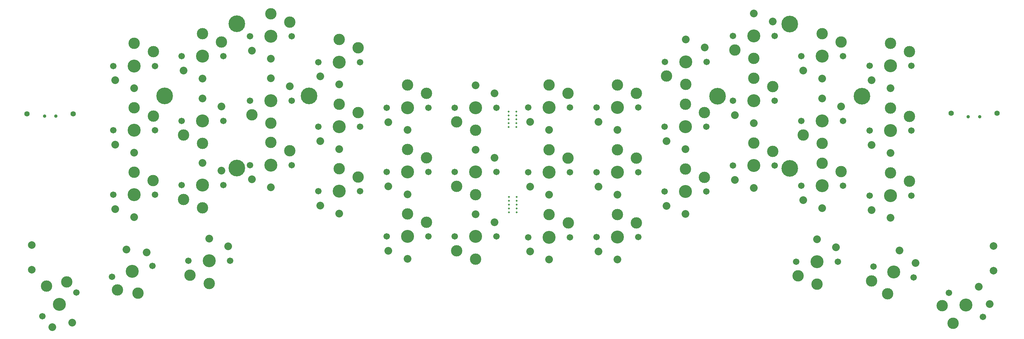
<source format=gbr>
%TF.GenerationSoftware,KiCad,Pcbnew,(6.0.5-0)*%
%TF.CreationDate,2022-07-02T18:36:44-07:00*%
%TF.ProjectId,Swept_3x6,53776570-745f-4337-9836-2e6b69636164,rev?*%
%TF.SameCoordinates,Original*%
%TF.FileFunction,Soldermask,Top*%
%TF.FilePolarity,Negative*%
%FSLAX46Y46*%
G04 Gerber Fmt 4.6, Leading zero omitted, Abs format (unit mm)*
G04 Created by KiCad (PCBNEW (6.0.5-0)) date 2022-07-02 18:36:44*
%MOMM*%
%LPD*%
G01*
G04 APERTURE LIST*
%ADD10C,1.701800*%
%ADD11C,3.000000*%
%ADD12C,3.429000*%
%ADD13C,2.032000*%
%ADD14C,0.500000*%
%ADD15C,2.000000*%
%ADD16C,4.400000*%
%ADD17C,1.397000*%
%ADD18C,0.900000*%
G04 APERTURE END LIST*
D10*
%TO.C,SW16*%
X188276600Y-68122800D03*
D11*
X193776600Y-62172800D03*
X198776600Y-64372800D03*
D12*
X193776600Y-68122800D03*
D10*
X199276600Y-68122800D03*
D13*
X193776600Y-74022800D03*
X188776600Y-71922800D03*
%TD*%
D11*
%TO.C,SW20*%
X223473000Y-90389400D03*
D10*
X222973000Y-86639400D03*
D11*
X228473000Y-92589400D03*
D10*
X233973000Y-86639400D03*
D12*
X228473000Y-86639400D03*
D13*
X228473000Y-80739400D03*
X233473000Y-82839400D03*
%TD*%
D11*
%TO.C,SW15*%
X180818800Y-76387000D03*
D10*
X181318800Y-80137000D03*
D11*
X175818800Y-74187000D03*
D12*
X175818800Y-80137000D03*
D10*
X170318800Y-80137000D03*
D13*
X175818800Y-86037000D03*
X170818800Y-83937000D03*
%TD*%
D11*
%TO.C,SW21*%
X247126027Y-95104459D03*
D12*
X248666000Y-89357200D03*
D10*
X253978592Y-90780705D03*
D11*
X242865799Y-91685327D03*
D10*
X243353408Y-87933695D03*
D13*
X250193032Y-83658238D03*
X254479142Y-86980777D03*
%TD*%
D12*
%TO.C,SW17*%
X211785200Y-61239400D03*
D11*
X216785200Y-57489400D03*
D10*
X217285200Y-61239400D03*
D11*
X211785200Y-55289400D03*
D10*
X206285200Y-61239400D03*
D13*
X211785200Y-67139400D03*
X206785200Y-65039400D03*
%TD*%
D12*
%TO.C,SW18*%
X229793800Y-66598800D03*
D10*
X224293800Y-66598800D03*
X235293800Y-66598800D03*
D11*
X229793800Y-60648800D03*
X234793800Y-62848800D03*
D13*
X229793800Y-72498800D03*
X224793800Y-70398800D03*
%TD*%
D12*
%TO.C,SW4*%
X193802000Y-33883600D03*
D11*
X193802000Y-39833600D03*
X188802000Y-37633600D03*
D10*
X199302000Y-33883600D03*
X188302000Y-33883600D03*
D13*
X193802000Y-27983600D03*
X198802000Y-30083600D03*
%TD*%
D12*
%TO.C,SW3*%
X175793400Y-45923200D03*
D10*
X181293400Y-45923200D03*
D11*
X180793400Y-42173200D03*
D10*
X170293400Y-45923200D03*
D11*
X175793400Y-39973200D03*
D13*
X175793400Y-51823200D03*
X170793400Y-49723200D03*
%TD*%
D10*
%TO.C,SW9*%
X170293400Y-63017400D03*
D11*
X180793400Y-59267400D03*
D10*
X181293400Y-63017400D03*
D11*
X175793400Y-57067400D03*
D12*
X175793400Y-63017400D03*
D13*
X175793400Y-68917400D03*
X170793400Y-66817400D03*
%TD*%
D11*
%TO.C,SW14*%
X157810200Y-74212400D03*
D12*
X157810200Y-80162400D03*
D10*
X152310200Y-80162400D03*
X163310200Y-80162400D03*
D11*
X162810200Y-76412400D03*
D13*
X157810200Y-86062400D03*
X152810200Y-83962400D03*
%TD*%
D10*
%TO.C,SW12*%
X224293800Y-49479200D03*
D11*
X229793800Y-55429200D03*
D10*
X235293800Y-49479200D03*
D11*
X224793800Y-53229200D03*
D12*
X229793800Y-49479200D03*
D13*
X229793800Y-43579200D03*
X234793800Y-45679200D03*
%TD*%
D11*
%TO.C,SW11*%
X211785200Y-38169800D03*
D10*
X206285200Y-44119800D03*
X217285200Y-44119800D03*
D12*
X211785200Y-44119800D03*
D11*
X216785200Y-40369800D03*
D13*
X211785200Y-50019800D03*
X206785200Y-47919800D03*
%TD*%
D11*
%TO.C,SW8*%
X162784800Y-59292800D03*
D10*
X152284800Y-63042800D03*
D11*
X157784800Y-57092800D03*
D12*
X157784800Y-63042800D03*
D10*
X163284800Y-63042800D03*
D13*
X157784800Y-68942800D03*
X152784800Y-66842800D03*
%TD*%
D11*
%TO.C,SW6*%
X234819200Y-28609600D03*
X229819200Y-26409600D03*
D10*
X235319200Y-32359600D03*
D12*
X229819200Y-32359600D03*
D10*
X224319200Y-32359600D03*
D13*
X229819200Y-38259600D03*
X224819200Y-36159600D03*
%TD*%
D12*
%TO.C,SW5*%
X211810600Y-27025600D03*
D10*
X217310600Y-27025600D03*
D11*
X206810600Y-30775600D03*
D10*
X206310600Y-27025600D03*
D11*
X211810600Y-32975600D03*
D13*
X211810600Y-21125600D03*
X216810600Y-23225600D03*
%TD*%
D11*
%TO.C,SW2*%
X157784800Y-39973200D03*
D10*
X163284800Y-45923200D03*
D12*
X157784800Y-45923200D03*
D10*
X152284800Y-45923200D03*
D11*
X162784800Y-42173200D03*
D13*
X157784800Y-51823200D03*
X152784800Y-49723200D03*
%TD*%
D14*
%TO.C,mouse-bite-2mm-slot*%
X147142200Y-51079400D03*
X147142200Y-48031400D03*
X147142200Y-49047400D03*
X149174200Y-48031400D03*
X149174200Y-49047400D03*
X147142200Y-50063400D03*
X149174200Y-50063400D03*
X149174200Y-51079400D03*
X149174200Y-47015400D03*
X147142200Y-47015400D03*
%TD*%
%TO.C,mouse-bite-2mm-slot*%
X149199600Y-73583800D03*
X149199600Y-70535800D03*
X147167600Y-70535800D03*
X147167600Y-73583800D03*
X147167600Y-71551800D03*
X149199600Y-71551800D03*
X149199600Y-72567800D03*
X147167600Y-69519800D03*
X147167600Y-72567800D03*
X149199600Y-69519800D03*
%TD*%
D15*
%TO.C,RSW1*%
X275031200Y-82500400D03*
X275031200Y-89000400D03*
%TD*%
D10*
%TO.C,SW10*%
X188276600Y-51003200D03*
X199276600Y-51003200D03*
D11*
X193776600Y-45053200D03*
X198776600Y-47253200D03*
D12*
X193776600Y-51003200D03*
D13*
X193776600Y-56903200D03*
X188776600Y-54803200D03*
%TD*%
D16*
%TO.C,REF\u002A\u002A*%
X240352000Y-42936000D03*
X202252000Y-42936000D03*
X221302000Y-23886000D03*
X221302000Y-61986000D03*
%TD*%
D10*
%TO.C,SW17_r1*%
X89878800Y-61112400D03*
X78878800Y-61112400D03*
D11*
X89378800Y-57362400D03*
X84378800Y-55162400D03*
D12*
X84378800Y-61112400D03*
D13*
X84378800Y-67012400D03*
X79378800Y-64912400D03*
%TD*%
D10*
%TO.C,SW11_r1*%
X89853400Y-44119800D03*
X78853400Y-44119800D03*
D11*
X79353400Y-47869800D03*
D12*
X84353400Y-44119800D03*
D11*
X84353400Y-50069800D03*
D13*
X84353400Y-38219800D03*
X89353400Y-40319800D03*
%TD*%
D10*
%TO.C,SW15_r1*%
X114896000Y-79959200D03*
D11*
X120396000Y-74009200D03*
D12*
X120396000Y-79959200D03*
D10*
X125896000Y-79959200D03*
D11*
X125396000Y-76209200D03*
D13*
X120396000Y-85859200D03*
X115396000Y-83759200D03*
%TD*%
D10*
%TO.C,SW18_r1*%
X60844800Y-66421000D03*
D11*
X66344800Y-72371000D03*
D12*
X66344800Y-66421000D03*
D10*
X71844800Y-66421000D03*
D11*
X61344800Y-70171000D03*
D13*
X66344800Y-60521000D03*
X71344800Y-62621000D03*
%TD*%
D10*
%TO.C,SW6_r1*%
X60844800Y-32359600D03*
D11*
X71344800Y-28609600D03*
X66344800Y-26409600D03*
D10*
X71844800Y-32359600D03*
D12*
X66344800Y-32359600D03*
D13*
X66344800Y-38259600D03*
X61344800Y-36159600D03*
%TD*%
D10*
%TO.C,SW5_r1*%
X78878800Y-27101800D03*
X89878800Y-27101800D03*
D11*
X89378800Y-23351800D03*
D12*
X84378800Y-27101800D03*
D11*
X84378800Y-21151800D03*
D13*
X84378800Y-33001800D03*
X79378800Y-30901800D03*
%TD*%
D10*
%TO.C,SW2_r1*%
X143904600Y-45974000D03*
D11*
X138404600Y-51924000D03*
X133404600Y-49724000D03*
D10*
X132904600Y-45974000D03*
D12*
X138404600Y-45974000D03*
D13*
X138404600Y-40074000D03*
X143404600Y-42174000D03*
%TD*%
D10*
%TO.C,SW16_r1*%
X96912800Y-67995800D03*
D11*
X102412800Y-62045800D03*
D12*
X102412800Y-67995800D03*
D10*
X107912800Y-67995800D03*
D11*
X107412800Y-64245800D03*
D13*
X102412800Y-73895800D03*
X97412800Y-71795800D03*
%TD*%
D12*
%TO.C,SW4_r1*%
X102387400Y-33934400D03*
D11*
X107387400Y-30184400D03*
X102387400Y-27984400D03*
D10*
X96887400Y-33934400D03*
X107887400Y-33934400D03*
D13*
X102387400Y-39834400D03*
X97387400Y-37734400D03*
%TD*%
D11*
%TO.C,SW13_r1*%
X48336200Y-45993000D03*
D10*
X53836200Y-51943000D03*
D11*
X53336200Y-48193000D03*
D10*
X42836200Y-51943000D03*
D12*
X48336200Y-51943000D03*
D13*
X48336200Y-57843000D03*
X43336200Y-55743000D03*
%TD*%
D11*
%TO.C,SW12_r1*%
X66344800Y-55378400D03*
D10*
X71844800Y-49428400D03*
X60844800Y-49428400D03*
D12*
X66344800Y-49428400D03*
D11*
X61344800Y-53178400D03*
D13*
X66344800Y-43528400D03*
X71344800Y-45628400D03*
%TD*%
D10*
%TO.C,SW3_r1*%
X114896000Y-45974000D03*
D12*
X120396000Y-45974000D03*
D10*
X125896000Y-45974000D03*
D11*
X125396000Y-42224000D03*
X120396000Y-40024000D03*
D13*
X120396000Y-51874000D03*
X115396000Y-49774000D03*
%TD*%
D10*
%TO.C,SW8_r1*%
X143879200Y-62966600D03*
D12*
X138379200Y-62966600D03*
D10*
X132879200Y-62966600D03*
D11*
X133379200Y-66716600D03*
X138379200Y-68916600D03*
D13*
X138379200Y-57066600D03*
X143379200Y-59166600D03*
%TD*%
D12*
%TO.C,SW21_r1*%
X47777400Y-89154000D03*
D11*
X49317373Y-94901259D03*
D10*
X42464808Y-90577505D03*
D11*
X43918342Y-94070317D03*
D10*
X53089992Y-87730495D03*
D13*
X46250368Y-83455038D03*
X51623517Y-84189387D03*
%TD*%
D10*
%TO.C,SW9_r1*%
X125896000Y-62966600D03*
D11*
X120396000Y-57016600D03*
D10*
X114896000Y-62966600D03*
D12*
X120396000Y-62966600D03*
D11*
X125396000Y-59216600D03*
D13*
X120396000Y-68866600D03*
X115396000Y-66766600D03*
%TD*%
D11*
%TO.C,SW20_r1*%
X68072000Y-92360800D03*
D10*
X73572000Y-86410800D03*
D11*
X63072000Y-90160800D03*
D12*
X68072000Y-86410800D03*
D10*
X62572000Y-86410800D03*
D13*
X68072000Y-80510800D03*
X73072000Y-82610800D03*
%TD*%
D12*
%TO.C,SW7_r1*%
X48336200Y-34950400D03*
D11*
X53336200Y-31200400D03*
D10*
X42836200Y-34950400D03*
D11*
X48336200Y-29000400D03*
D10*
X53836200Y-34950400D03*
D13*
X48336200Y-40850400D03*
X43336200Y-38750400D03*
%TD*%
D16*
%TO.C,REF\u002A\u002A*%
X94407400Y-42878400D03*
X56307400Y-42878400D03*
X75357400Y-61928400D03*
X75357400Y-23828400D03*
%TD*%
D15*
%TO.C,RSW2*%
X21285200Y-88721000D03*
X21285200Y-82221000D03*
%TD*%
D11*
%TO.C,SW13*%
X247827800Y-46094600D03*
D12*
X247827800Y-52044600D03*
D10*
X253327800Y-52044600D03*
D11*
X252827800Y-48294600D03*
D10*
X242327800Y-52044600D03*
D13*
X247827800Y-57944600D03*
X242827800Y-55844600D03*
%TD*%
D12*
%TO.C,SW22*%
X267766800Y-98044000D03*
D10*
X272272136Y-101198670D03*
D11*
X264354020Y-102917955D03*
D10*
X263261464Y-94889330D03*
D11*
X261520128Y-98247938D03*
D13*
X271150901Y-93211003D03*
X274042151Y-97799104D03*
%TD*%
D11*
%TO.C,SW19*%
X252827800Y-65414200D03*
D12*
X247827800Y-69164200D03*
D11*
X247827800Y-63214200D03*
D10*
X242327800Y-69164200D03*
X253327800Y-69164200D03*
D13*
X247827800Y-75064200D03*
X242827800Y-72964200D03*
%TD*%
D10*
%TO.C,SW19_r1*%
X53810800Y-68961000D03*
X42810800Y-68961000D03*
D11*
X53310800Y-65211000D03*
D12*
X48310800Y-68961000D03*
D11*
X48310800Y-63011000D03*
D13*
X48310800Y-74861000D03*
X43310800Y-72761000D03*
%TD*%
D17*
%TO.C,Bat+1*%
X263855200Y-47396400D03*
%TD*%
D11*
%TO.C,SW10_r1*%
X102387400Y-45027800D03*
D10*
X96887400Y-50977800D03*
X107887400Y-50977800D03*
D11*
X107387400Y-47227800D03*
D12*
X102387400Y-50977800D03*
D13*
X102387400Y-56877800D03*
X97387400Y-54777800D03*
%TD*%
D10*
%TO.C,SW22_r1*%
X24079200Y-101066600D03*
D11*
X30529385Y-91972228D03*
X25171756Y-93037975D03*
D10*
X33089872Y-94757260D03*
D12*
X28584536Y-97911930D03*
D13*
X31968637Y-102744927D03*
X26668366Y-103892590D03*
%TD*%
D17*
%TO.C,BatGND1*%
X275996400Y-47447200D03*
%TD*%
%TO.C,Bat+r1*%
X20040600Y-47574200D03*
%TD*%
D11*
%TO.C,SW14_r1*%
X133379200Y-83734600D03*
D12*
X138379200Y-79984600D03*
D10*
X143879200Y-79984600D03*
D11*
X138379200Y-85934600D03*
D10*
X132879200Y-79984600D03*
D13*
X138379200Y-74084600D03*
X143379200Y-76184600D03*
%TD*%
D10*
%TO.C,SW7*%
X242327800Y-34925000D03*
X253327800Y-34925000D03*
D12*
X247827800Y-34925000D03*
D11*
X247827800Y-28975000D03*
X252827800Y-31175000D03*
D13*
X247827800Y-40825000D03*
X242827800Y-38725000D03*
%TD*%
D17*
%TO.C,BatGND4*%
X32207200Y-47625000D03*
%TD*%
D18*
%TO.C,SW_POWER1*%
X268375000Y-48328800D03*
X271375000Y-48328800D03*
%TD*%
%TO.C,SW_POWERR1*%
X27662000Y-48201800D03*
X24662000Y-48201800D03*
%TD*%
M02*

</source>
